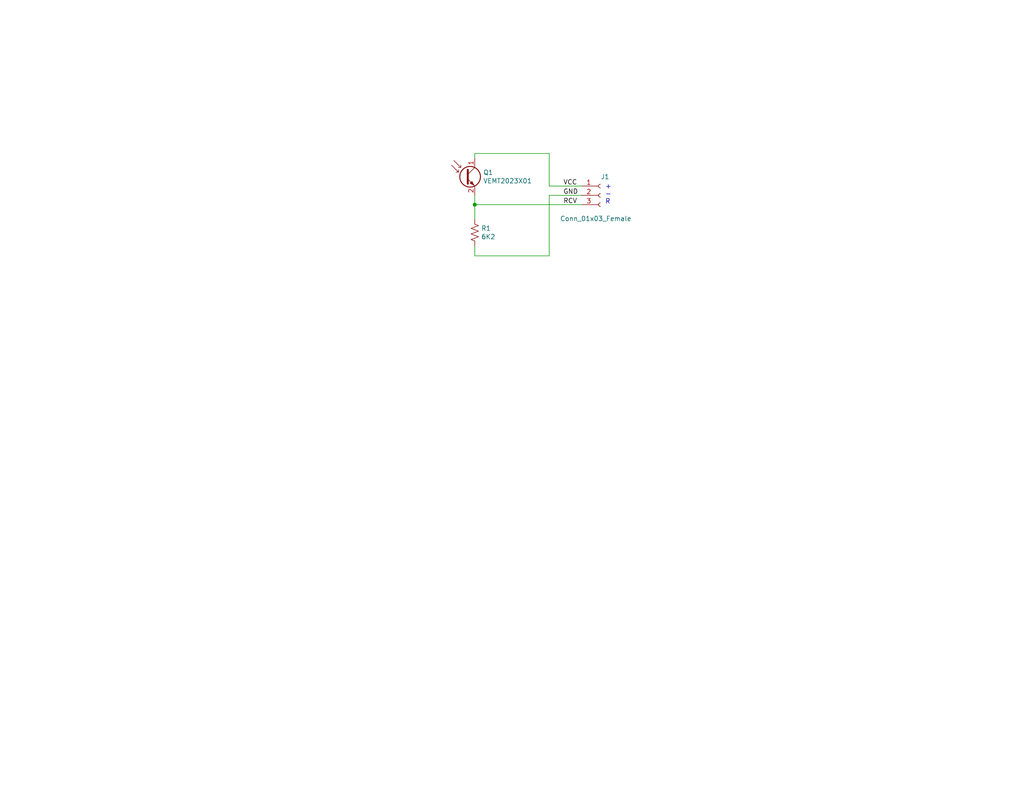
<source format=kicad_sch>
(kicad_sch (version 20230121) (generator eeschema)
  (paper "USLetter")
  (title_block (title "Break-Beam sensor set RX side") (date "2018-12-05") (rev "1") (company "Digital-REP") (comment 1 "Receive Side"))
  (lib_symbols
    (symbol "Connector:Conn_01x03_Female" (pin_names (offset 1.016) hide)
      (property "Reference" "J" (at 0 5.08 0))
      (property "Value" "Conn_01x03_Female" (at 0 -5.08 0))
      (symbol "Conn_01x03_Female_1_1"
        (arc (start 0 -2.032) (mid -0.5058 -2.54) (end 0 -3.048) (stroke (width 0.1524)))
        (polyline (pts (xy -1.27 -2.54) (xy -0.508 -2.54)) (stroke (width 0.1524)))
        (polyline (pts (xy -1.27 0) (xy -0.508 0)) (stroke (width 0.1524)))
        (polyline (pts (xy -1.27 2.54) (xy -0.508 2.54)) (stroke (width 0.1524)))
        (arc (start 0 0.508) (mid -0.5058 0) (end 0 -0.508) (stroke (width 0.1524)))
        (arc (start 0 3.048) (mid -0.5058 2.54) (end 0 2.032) (stroke (width 0.1524)))
        (pin passive line (at -5.08 2.54 0) (length 3.81) (name "Pin_1") (number "1"))
        (pin passive line (at -5.08 0 0) (length 3.81) (name "Pin_2") (number "2"))
        (pin passive line (at -5.08 -2.54 0) (length 3.81) (name "Pin_3") (number "3"))
      )
    )
    (symbol "Device:Q_Photo_NPN" (pin_names (offset 0) hide)
      (property "Reference" "Q" (at 5.08 1.27 0))
      (property "Value" "Q_Photo_NPN" (at 5.08 -1.27 0))
      (symbol "Q_Photo_NPN_0_1"
        (polyline (pts (xy -1.905 1.27) (xy -2.54 1.27)))
        (polyline (pts (xy -1.27 2.54) (xy -1.905 2.54)))
        (polyline (pts (xy 0.635 0.635) (xy 2.54 2.54)))
        (polyline (pts (xy -3.81 3.175) (xy -1.905 1.27) (xy -1.905 1.905)))
        (polyline (pts (xy -3.175 4.445) (xy -1.27 2.54) (xy -1.27 3.175)))
        (polyline (pts (xy 0.635 -0.635) (xy 2.54 -2.54) (xy 2.54 -2.54)))
        (polyline (pts (xy 0.635 1.905) (xy 0.635 -1.905) (xy 0.635 -1.905)) (stroke (width 0.508)))
        (polyline (pts (xy 1.27 -1.778) (xy 1.778 -1.27) (xy 2.286 -2.286) (xy 1.27 -1.778) (xy 1.27 -1.778)) (fill (type outline)))
        (circle (center 1.27 0) (radius 2.8194) (stroke (width 0.254)))
      )
      (symbol "Q_Photo_NPN_1_1"
        (pin passive line (at 2.54 5.08 270) (length 2.54) (name "C") (number "1"))
        (pin passive line (at 2.54 -5.08 90) (length 2.54) (name "E") (number "2"))
      )
    )
    (symbol "Device:R_US" (pin_numbers hide) (pin_names (offset 0))
      (property "Reference" "R" (at 2.54 0 90))
      (property "Value" "R_US" (at -2.54 0 90))
      (symbol "R_US_0_1"
        (polyline (pts (xy 0 -2.286) (xy 0 -2.54)))
        (polyline (pts (xy 0 2.286) (xy 0 2.54)))
        (polyline (pts (xy 0 -0.762) (xy 1.016 -1.143) (xy 0 -1.524) (xy -1.016 -1.905) (xy 0 -2.286)))
        (polyline (pts (xy 0 0.762) (xy 1.016 0.381) (xy 0 0) (xy -1.016 -0.381) (xy 0 -0.762)))
        (polyline (pts (xy 0 2.286) (xy 1.016 1.905) (xy 0 1.524) (xy -1.016 1.143) (xy 0 0.762)))
      )
      (symbol "R_US_1_1"
        (pin passive line (at 0 3.81 270) (length 1.27) (name "~") (number "1"))
        (pin passive line (at 0 -3.81 90) (length 1.27) (name "~") (number "2"))
      )
    )
  )
  (junction (at 129.54 55.88))
  (wire (pts (xy 158.75 53.34) (xy 149.86 53.34)))
  (wire (pts (xy 149.86 41.91) (xy 129.54 41.91)))
  (wire (pts (xy 129.54 69.85) (xy 129.54 67.31)))
  (wire (pts (xy 129.54 55.88) (xy 129.54 53.34)))
  (wire (pts (xy 149.86 69.85) (xy 129.54 69.85)))
  (wire (pts (xy 149.86 53.34) (xy 149.86 69.85)))
  (wire (pts (xy 129.54 41.91) (xy 129.54 43.18)))
  (wire (pts (xy 149.86 50.8) (xy 149.86 41.91)))
  (wire (pts (xy 158.75 55.88) (xy 129.54 55.88)))
  (wire (pts (xy 129.54 59.69) (xy 129.54 55.88)))
  (wire (pts (xy 158.75 50.8) (xy 149.86 50.8)))
  (text "+\n-\nR" (at 165.1 55.88 0) (effects (font (size 1.27 1.27)) (justify left bottom)))
  (label "RCV" (at 153.67 55.88 0))
  (label "VCC" (at 153.67 50.8 0))
  (label "GND" (at 153.67 53.34 0))
  (symbol (lib_id "Connector:Conn_01x03_Female") (at 163.83 53.34 0) (unit 1)
    (property "Reference" "J1" (at 165.1 48.26 0))
    (property "Value" "Conn_01x03_Female" (at 162.56 59.69 0))
    (property "Footprint" "Pin_Headers:Pin_Header_Angled_1x03_Pitch2.54mm" (effects hide))
  )
  (symbol (lib_id "Device:Q_Photo_NPN") (at 127 48.26 0) (unit 1)
    (property "Reference" "Q1" (at 131.826 47.0916 0) (effects (justify left)))
    (property "Value" "VEMT2023X01" (at 131.826 49.403 0) (effects (justify left)))
    (property "Footprint" "Vishay:VSMG28011G" (effects hide))
  )
  (symbol (lib_id "Device:R_US") (at 129.54 63.5 0) (unit 1)
    (property "Reference" "R1" (at 131.2672 62.3316 0) (effects (justify left)))
    (property "Value" "6K2" (at 131.2672 64.643 0) (effects (justify left)))
    (property "Footprint" "Resistors_SMD:R_0603_HandSoldering" (effects hide))
  )
)
</source>
